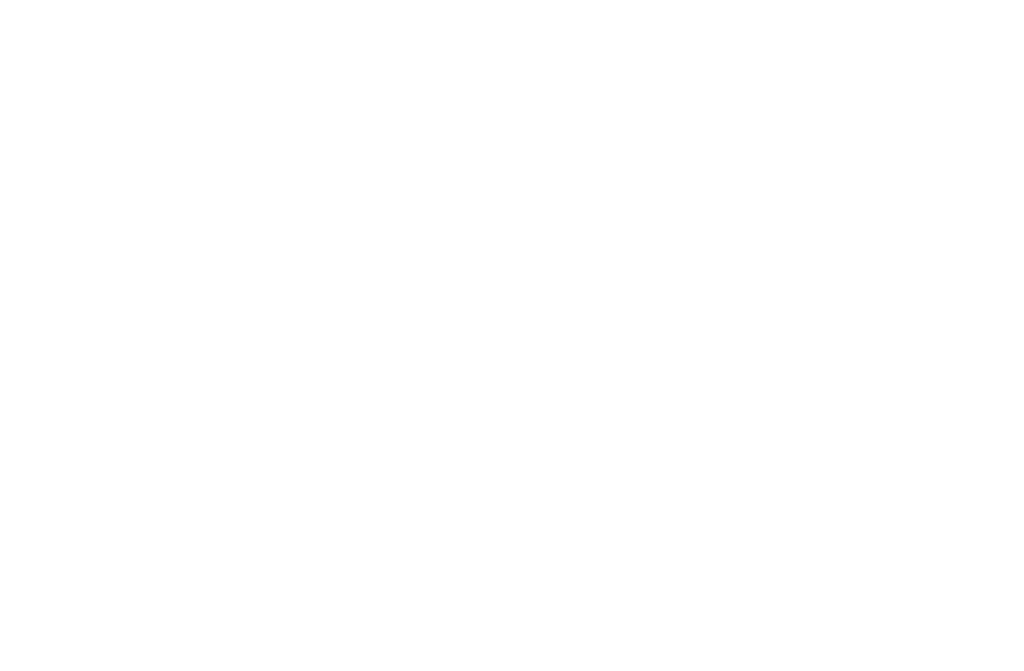
<source format=kicad_pcb>
(kicad_pcb (version 20171130) (host pcbnew "(5.0.1)-4")

  (general
    (thickness 1.6)
    (drawings 16)
    (tracks 0)
    (zones 0)
    (modules 0)
    (nets 1)
  )

  (page A4)
  (layers
    (0 F.Cu signal)
    (31 B.Cu signal)
    (32 B.Adhes user)
    (33 F.Adhes user)
    (34 B.Paste user)
    (35 F.Paste user)
    (36 B.SilkS user)
    (37 F.SilkS user)
    (38 B.Mask user)
    (39 F.Mask user)
    (40 Dwgs.User user)
    (41 Cmts.User user)
    (42 Eco1.User user)
    (43 Eco2.User user)
    (44 Edge.Cuts user)
    (45 Margin user)
    (46 B.CrtYd user)
    (47 F.CrtYd user)
    (48 B.Fab user)
    (49 F.Fab user)
  )

  (setup
    (last_trace_width 0.25)
    (trace_clearance 0.2)
    (zone_clearance 0.508)
    (zone_45_only no)
    (trace_min 0.2)
    (segment_width 0.2)
    (edge_width 0.2)
    (via_size 0.8)
    (via_drill 0.4)
    (via_min_size 0.4)
    (via_min_drill 0.3)
    (uvia_size 0.3)
    (uvia_drill 0.1)
    (uvias_allowed no)
    (uvia_min_size 0.2)
    (uvia_min_drill 0.1)
    (pcb_text_width 0.3)
    (pcb_text_size 1.5 1.5)
    (mod_edge_width 0.15)
    (mod_text_size 1 1)
    (mod_text_width 0.15)
    (pad_size 1.524 1.524)
    (pad_drill 0.762)
    (pad_to_mask_clearance 0.051)
    (solder_mask_min_width 0.25)
    (aux_axis_origin 0 0)
    (visible_elements 7FFFFFFF)
    (pcbplotparams
      (layerselection 0x010fc_ffffffff)
      (usegerberextensions false)
      (usegerberattributes false)
      (usegerberadvancedattributes false)
      (creategerberjobfile false)
      (excludeedgelayer true)
      (linewidth 0.100000)
      (plotframeref false)
      (viasonmask false)
      (mode 1)
      (useauxorigin false)
      (hpglpennumber 1)
      (hpglpenspeed 20)
      (hpglpendiameter 15.000000)
      (psnegative false)
      (psa4output false)
      (plotreference true)
      (plotvalue true)
      (plotinvisibletext false)
      (padsonsilk false)
      (subtractmaskfromsilk false)
      (outputformat 1)
      (mirror false)
      (drillshape 1)
      (scaleselection 1)
      (outputdirectory ""))
  )

  (net 0 "")

  (net_class Default "This is the default net class."
    (clearance 0.2)
    (trace_width 0.25)
    (via_dia 0.8)
    (via_drill 0.4)
    (uvia_dia 0.3)
    (uvia_drill 0.1)
  )

  (gr_circle (center 36.3 19.85) (end 40.8 19.85) (layer Eco2.User) (width 0.2) (tstamp 5E6D16BC))
  (gr_circle (center 11.35 19.85) (end 15.85 19.85) (layer Eco2.User) (width 0.2))
  (gr_circle (center 53.3 25.85) (end 56.45 25.85) (layer Eco2.User) (width 0.2) (tstamp 5E6D159C))
  (gr_circle (center 53.3 13.9) (end 56.45 13.9) (layer Eco2.User) (width 0.2))
  (gr_circle (center 26.35 21.95) (end 27.9 21.95) (layer Eco2.User) (width 0.2) (tstamp 5E6D1538))
  (gr_circle (center 26.35 17.9) (end 27.9 17.9) (layer Eco2.User) (width 0.2) (tstamp 5E6D1532))
  (gr_circle (center 21.35 21.95) (end 22.9 21.95) (layer Eco2.User) (width 0.2) (tstamp 5E6D151D))
  (gr_circle (center 21.35 17.9) (end 22.9 17.9) (layer Eco2.User) (width 0.2))
  (gr_circle (center 53.2 36.65) (end 54.8 36.75) (layer Eco2.User) (width 0.2) (tstamp 5E6D1403))
  (gr_circle (center 53.2 3) (end 54.8 3.1) (layer Eco2.User) (width 0.2) (tstamp 5E6D13F6))
  (gr_circle (center 7.45 36.65) (end 9.05 36.75) (layer Eco2.User) (width 0.2) (tstamp 5E699B0B))
  (gr_circle (center 7.5 3) (end 9.1 3.1) (layer Eco2.User) (width 0.2))
  (gr_line (start 0 0) (end 60.6 0) (layer Eco2.User) (width 0.2) (tstamp 5E698B40))
  (gr_line (start 60.6 0) (end 60.6 39.65) (layer Eco2.User) (width 0.2) (tstamp 5E698B1A))
  (gr_line (start 0 39.65) (end 60.6 39.65) (layer Eco2.User) (width 0.2))
  (gr_line (start 0 0) (end 0 39.65) (layer Eco2.User) (width 0.2))

)

</source>
